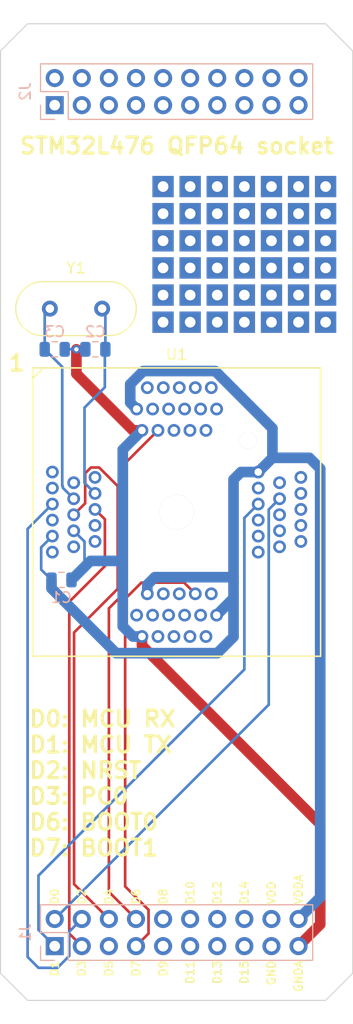
<source format=kicad_pcb>
(kicad_pcb (version 20221018) (generator pcbnew)
  (title_block (title "Scaffold STM32F205 daughterboard") (date "2019-07-22") (company "LEDGER SAS") (comment 1 "Under LGPL v3 license"))
  (layers (0 "F.Cu" signal) (31 "B.Cu" signal) (34 "B.Paste" user) (35 "F.Paste" user) (36 "B.SilkS" user "B.Silkscreen") (37 "F.SilkS" user "F.Silkscreen") (38 "B.Mask" user) (39 "F.Mask" user) (44 "Edge.Cuts" user))
  (net 0 "")
  (net 1 "Net-(U1-PH0)")
  (net 2 "Net-(U1-PH1)")
  (net 4 "/D4_MCU_PC1")
  (net 10 "/D6_BOOT0")
  (net 11 "GNDA")
  (net 14 "+3V3")
  (net 22 "/D7_BOOT1")
  (net 29 "/D1_MCU_TX")
  (net 36 "/D0_MCU_RX")
  (net 49 "/D2_NRST")
  (net 52 "/D3_MCU_PC0")
  (net 68 "GND")
  (net 129 "/D10_MCU_TX")
  (net 130 "/D9_MCU_RX")
  (footprint "mykicadlibs:ALLSOCKET-QFP64" (layer "F.Cu") (at 171.45 83.82 180)
    (fp_text reference "U1" (at 0 14.75 180) (layer "F.SilkS"))
    (fp_text value "STM32L476RG")
    (fp_line (start -13.5 -13.5) (end 13.5 -13.5) (stroke (width 0.15)) (layer "F.SilkS"))
    (fp_line (start -13.5 13.5) (end -13.5 -13.5) (stroke (width 0.15)) (layer "F.SilkS"))
    (fp_line (start 13.5 -13.5) (end 13.5 13.5) (stroke (width 0.15)) (layer "F.SilkS"))
    (fp_line (start 13.5 12.5) (end 12.5 13.5) (stroke (width 0.15)) (layer "F.SilkS"))
    (fp_line (start 13.5 13.5) (end -13.5 13.5) (stroke (width 0.15)) (layer "F.SilkS"))
    (pad "1" thru_hole circle (at 11.65 3.75 180) (size 1.2 1.2) (drill 0.7) (layers "*.Cu" "*.Mask"))
    (pad "2" thru_hole circle (at 7.65 3.25 180) (size 1.2 1.2) (drill 0.7) (layers "*.Cu" "*.Mask"))
    (pad "3" thru_hole circle (at 9.65 2.75 180) (size 1.2 1.2) (drill 0.7) (layers "*.Cu" "*.Mask"))
    (pad "4" thru_hole circle (at 11.65 2.25 180) (size 1.2 1.2) (drill 0.7) (layers "*.Cu" "*.Mask"))
    (pad "5" thru_hole circle (at 7.65 1.75 180) (size 1.2 1.2) (drill 0.7) (layers "*.Cu" "*.Mask") (net 1 "Net-(U1-PH0)"))
    (pad "6" thru_hole circle (at 9.65 1.25 180) (size 1.2 1.2) (drill 0.7) (layers "*.Cu" "*.Mask") (net 2 "Net-(U1-PH1)"))
    (pad "7" thru_hole circle (at 11.65 0.75 180) (size 1.2 1.2) (drill 0.7) (layers "*.Cu" "*.Mask") (net 49 "/D2_NRST"))
    (pad "8" thru_hole circle (at 7.65 0.25 180) (size 1.2 1.2) (drill 0.7) (layers "*.Cu" "*.Mask") (net 52 "/D3_MCU_PC0"))
    (pad "9" thru_hole circle (at 9.65 -0.25 180) (size 1.2 1.2) (drill 0.7) (layers "*.Cu" "*.Mask") (net 4 "/D4_MCU_PC1"))
    (pad "10" thru_hole circle (at 11.65 -0.75 180) (size 1.2 1.2) (drill 0.7) (layers "*.Cu" "*.Mask"))
    (pad "11" thru_hole circle (at 7.65 -1.25 180) (size 1.2 1.2) (drill 0.7) (layers "*.Cu" "*.Mask"))
    (pad "12" thru_hole circle (at 9.65 -1.75 180) (size 1.2 1.2) (drill 0.7) (layers "*.Cu" "*.Mask") (net 11 "GNDA"))
    (pad "13" thru_hole circle (at 11.65 -2.25 180) (size 1.2 1.2) (drill 0.7) (layers "*.Cu" "*.Mask") (net 14 "+3V3"))
    (pad "14" thru_hole circle (at 7.65 -2.75 180) (size 1.2 1.2) (drill 0.7) (layers "*.Cu" "*.Mask"))
    (pad "15" thru_hole circle (at 9.65 -3.25 180) (size 1.2 1.2) (drill 0.7) (layers "*.Cu" "*.Mask"))
    (pad "16" thru_hole circle (at 11.65 -3.75 180) (size 1.2 1.2) (drill 0.7) (layers "*.Cu" "*.Mask"))
    (pad "17" thru_hole circle (at 3.75 -9.65 180) (size 1.2 1.2) (drill 0.7) (layers "*.Cu" "*.Mask"))
    (pad "18" thru_hole circle (at 3.25 -11.65 180) (size 1.2 1.2) (drill 0.7) (layers "*.Cu" "*.Mask") (net 11 "GNDA"))
    (pad "19" thru_hole circle (at 2.75 -7.65 180) (size 1.2 1.2) (drill 0.7) (layers "*.Cu" "*.Mask") (net 14 "+3V3"))
    (pad "20" thru_hole circle (at 2.25 -9.65 180) (size 1.2 1.2) (drill 0.7) (layers "*.Cu" "*.Mask"))
    (pad "21" thru_hole circle (at 1.75 -11.65 180) (size 1.2 1.2) (drill 0.7) (layers "*.Cu" "*.Mask"))
    (pad "22" thru_hole circle (at 1.25 -7.65 180) (size 1.2 1.2) (drill 0.7) (layers "*.Cu" "*.Mask"))
    (pad "23" thru_hole circle (at 0.75 -9.65 180) (size 1.2 1.2) (drill 0.7) (layers "*.Cu" "*.Mask"))
    (pad "24" thru_hole circle (at 0.25 -11.65 180) (size 1.2 1.2) (drill 0.7) (layers "*.Cu" "*.Mask"))
    (pad "25" thru_hole circle (at -0.25 -7.65 180) (size 1.2 1.2) (drill 0.7) (layers "*.Cu" "*.Mask"))
    (pad "26" thru_hole circle (at -0.75 -9.65 180) (size 1.2 1.2) (drill 0.7) (layers "*.Cu" "*.Mask"))
    (pad "27" thru_hole circle (at -1.25 -11.65 180) (size 1.2 1.2) (drill 0.7) (layers "*.Cu" "*.Mask"))
    (pad "28" thru_hole circle (at -1.75 -7.65 180) (size 1.2 1.2) (drill 0.7) (layers "*.Cu" "*.Mask") (net 22 "/D7_BOOT1"))
    (pad "29" thru_hole circle (at -2.25 -9.65 180) (size 1.2 1.2) (drill 0.7) (layers "*.Cu" "*.Mask"))
    (pad "30" thru_hole circle (at -2.75 -11.65 180) (size 1.2 1.2) (drill 0.7) (layers "*.Cu" "*.Mask"))
    (pad "31" thru_hole circle (at -3.25 -7.65 180) (size 1.2 1.2) (drill 0.7) (layers "*.Cu" "*.Mask"))
    (pad "32" thru_hole circle (at -3.75 -9.65 180) (size 1.2 1.2) (drill 0.7) (layers "*.Cu" "*.Mask") (net 14 "+3V3"))
    (pad "33" thru_hole circle (at -7.65 -3.75 180) (size 1.2 1.2) (drill 0.7) (layers "*.Cu" "*.Mask"))
    (pad "34" thru_hole circle (at -9.65 -3.25 180) (size 1.2 1.2) (drill 0.7) (layers "*.Cu" "*.Mask"))
    (pad "35" thru_hole circle (at -11.65 -2.75 180) (size 1.2 1.2) (drill 0.7) (layers "*.Cu" "*.Mask"))
    (pad "36" thru_hole circle (at -7.65 -2.25 180) (size 1.2 1.2) (drill 0.7) (layers "*.Cu" "*.Mask"))
    (pad "37" thru_hole circle (at -9.65 -1.75 180) (size 1.2 1.2) (drill 0.7) (layers "*.Cu" "*.Mask"))
    (pad "38" thru_hole circle (at -11.65 -1.25 180) (size 1.2 1.2) (drill 0.7) (layers "*.Cu" "*.Mask"))
    (pad "39" thru_hole circle (at -7.65 -0.75 180) (size 1.2 1.2) (drill 0.7) (layers "*.Cu" "*.Mask"))
    (pad "40" thru_hole circle (at -9.65 -0.25 180) (size 1.2 1.2) (drill 0.7) (layers "*.Cu" "*.Mask"))
    (pad "41" thru_hole circle (at -11.65 0.25 180) (size 1.2 1.2) (drill 0.7) (layers "*.Cu" "*.Mask"))
    (pad "42" thru_hole circle (at -7.65 0.75 180) (size 1.2 1.2) (drill 0.7) (layers "*.Cu" "*.Mask") (net 29 "/D1_MCU_TX"))
    (pad "43" thru_hole circle (at -9.65 1.25 180) (size 1.2 1.2) (drill 0.7) (layers "*.Cu" "*.Mask") (net 36 "/D0_MCU_RX"))
    (pad "44" thru_hole circle (at -11.65 1.75 180) (size 1.2 1.2) (drill 0.7) (layers "*.Cu" "*.Mask"))
    (pad "45" thru_hole circle (at -7.65 2.25 180) (size 1.2 1.2) (drill 0.7) (layers "*.Cu" "*.Mask"))
    (pad "46" thru_hole circle (at -9.65 2.75 180) (size 1.2 1.2) (drill 0.7) (layers "*.Cu" "*.Mask"))
    (pad "47" thru_hole circle (at -11.65 3.25 180) (size 1.2 1.2) (drill 0.7) (layers "*.Cu" "*.Mask"))
    (pad "48" thru_hole circle (at -7.65 3.75 180) (size 1.2 1.2) (drill 0.7) (layers "*.Cu" "*.Mask") (net 14 "+3V3"))
    (pad "49" thru_hole circle (at -3.75 9.65 180) (size 1.2 1.2) (drill 0.7) (layers "*.Cu" "*.Mask"))
    (pad "50" thru_hole circle (at -3.25 11.65 180) (size 1.2 1.2) (drill 0.7) (layers "*.Cu" "*.Mask"))
    (pad "51" thru_hole circle (at -2.75 7.65 180) (size 1.2 1.2) (drill 0.7) (layers "*.Cu" "*.Mask"))
    (pad "52" thru_hole circle (at -2.25 9.65 180) (size 1.2 1.2) (drill 0.7) (layers "*.Cu" "*.Mask"))
    (pad "53" thru_hole circle (at -1.75 11.65 180) (size 1.2 1.2) (drill 0.7) (layers "*.Cu" "*.Mask"))
    (pad "54" thru_hole circle (at -1.25 7.65 180) (size 1.2 1.2) (drill 0.7) (layers "*.Cu" "*.Mask"))
    (pad "55" thru_hole circle (at -0.75 9.65 180) (size 1.2 1.2) (drill 0.7) (layers "*.Cu" "*.Mask"))
    (pad "56" thru_hole circle (at -0.25 11.65 180) (size 1.2 1.2) (drill 0.7) (layers "*.Cu" "*.Mask"))
    (pad "57" thru_hole circle (at 0.25 7.65 180) (size 1.2 1.2) (drill 0.7) (layers "*.Cu" "*.Mask"))
    (pad "58" thru_hole circle (at 0.75 9.65 180) (size 1.2 1.2) (drill 0.7) (layers "*.Cu" "*.Mask"))
    (pad "59" thru_hole circle (at 1.25 11.65 180) (size 1.2 1.2) (drill 0.7) (layers "*.Cu" "*.Mask"))
    (pad "60" thru_hole circle (at 1.75 7.65 180) (size 1.2 1.2) (drill 0.7) (layers "*.Cu" "*.Mask") (net 10 "/D6_BOOT0"))
    (pad "61" thru_hole circle (at 2.25 9.65 180) (size 1.2 1.2) (drill 0.7) (layers "*.Cu" "*.Mask"))
    (pad "62" thru_hole circle (at 2.75 11.65 180) (size 1.2 1.2) (drill 0.7) (layers "*.Cu" "*.Mask"))
    (pad "63" thru_hole circle (at 3.25 7.65 180) (size 1.2 1.2) (drill 0.7) (layers "*.Cu" "*.Mask") (net 11 "GNDA"))
    (pad "64" thru_hole circle (at 3.75 9.65 180) (size 1.2 1.2) (drill 0.7) (layers "*.Cu" "*.Mask") (net 14 "+3V3"))
    (pad "~" thru_hole circle (at -6.7 6.7 180) (size 1.6 1.6) (drill 1.6) (layers "*.Cu" "*.Mask"))
    (pad "~" thru_hole circle (at 0 0 180) (size 3.25 3.25) (drill 3.25) (layers "*.Cu" "*.Mask"))
    (pad "~" thru_hole circle (at 6.7 -6.7 180) (size 1.6 1.6) (drill 1.6) (layers "*.Cu" "*.Mask"))
  )
  (footprint "mykicadlibs:TEST_BREADBOARD_RECTANGULAR" (layer "F.Cu") (at 185.42 53.34)
    (fp_text reference "TP8" hide)
    (fp_text value "TestPoint" hide)
    (pad "1" thru_hole rect (at 0 0) (size 2 2) (drill 1) (layers "*.Cu" "*.Mask"))
  )
  (footprint "mykicadlibs:TEST_BREADBOARD_RECTANGULAR" (layer "F.Cu") (at 170.18 55.88)
    (fp_text reference "TP30" hide)
    (fp_text value "TestPoint" hide)
    (pad "1" thru_hole rect (at 0 0) (size 2 2) (drill 1) (layers "*.Cu" "*.Mask"))
  )
  (footprint "mykicadlibs:TEST_BREADBOARD_RECTANGULAR" (layer "F.Cu") (at 182.88 53.34)
    (fp_text reference "TP42" hide)
    (fp_text value "TestPoint" hide)
    (pad "1" thru_hole rect (at 0 0) (size 2 2) (drill 1) (layers "*.Cu" "*.Mask"))
  )
  (footprint "mykicadlibs:TEST_BREADBOARD_RECTANGULAR" (layer "F.Cu") (at 175.26 66.04)
    (fp_text reference "TP41" hide)
    (fp_text value "TestPoint" hide)
    (pad "1" thru_hole rect (at 0 0) (size 2 2) (drill 1) (layers "*.Cu" "*.Mask"))
  )
  (footprint "mykicadlibs:TEST_BREADBOARD_RECTANGULAR" (layer "F.Cu") (at 172.72 55.88)
    (fp_text reference "TP40" hide)
    (fp_text value "TestPoint" hide)
    (pad "1" thru_hole rect (at 0 0) (size 2 2) (drill 1) (layers "*.Cu" "*.Mask"))
  )
  (footprint "mykicadlibs:TEST_BREADBOARD_RECTANGULAR" (layer "F.Cu") (at 180.34 53.34)
    (fp_text reference "TP1" hide)
    (fp_text value "TestPoint" hide)
    (pad "1" thru_hole rect (at 0 0) (size 2 2) (drill 1) (layers "*.Cu" "*.Mask"))
  )
  (footprint "mykicadlibs:TEST_BREADBOARD_RECTANGULAR" (layer "F.Cu") (at 170.18 66.04)
    (fp_text reference "TP2" hide)
    (fp_text value "TestPoint" hide)
    (pad "1" thru_hole rect (at 0 0) (size 2 2) (drill 1) (layers "*.Cu" "*.Mask"))
  )
  (footprint "mykicadlibs:TEST_BREADBOARD_RECTANGULAR" (layer "F.Cu") (at 177.8 66.04)
    (fp_text reference "TP3" hide)
    (fp_text value "TestPoint" hide)
    (pad "1" thru_hole rect (at 0 0) (size 2 2) (drill 1) (layers "*.Cu" "*.Mask"))
  )
  (footprint "mykicadlibs:TEST_BREADBOARD_RECTANGULAR" (layer "F.Cu") (at 175.26 55.88)
    (fp_text reference "TP4" hide)
    (fp_text value "TestPoint" hide)
    (pad "1" thru_hole rect (at 0 0) (size 2 2) (drill 1) (layers "*.Cu" "*.Mask"))
  )
  (footprint "mykicadlibs:TEST_BREADBOARD_RECTANGULAR" (layer "F.Cu") (at 177.8 53.34)
    (fp_text reference "TP5" hide)
    (fp_text value "TestPoint" hide)
    (pad "1" thru_hole rect (at 0 0) (size 2 2) (drill 1) (layers "*.Cu" "*.Mask"))
  )
  (footprint "mykicadlibs:TEST_BREADBOARD_RECTANGULAR" (layer "F.Cu") (at 172.72 66.04)
    (fp_text reference "TP6" hide)
    (fp_text value "TestPoint" hide)
    (pad "1" thru_hole rect (at 0 0) (size 2 2) (drill 1) (layers "*.Cu" "*.Mask"))
  )
  (footprint "mykicadlibs:TEST_BREADBOARD_RECTANGULAR" (layer "F.Cu") (at 180.34 66.04)
    (fp_text reference "TP7" hide)
    (fp_text value "TestPoint" hide)
    (pad "1" thru_hole rect (at 0 0) (size 2 2) (drill 1) (layers "*.Cu" "*.Mask"))
  )
  (footprint "mykicadlibs:TEST_BREADBOARD_RECTANGULAR" (layer "F.Cu") (at 177.8 63.5)
    (fp_text reference "TP9" hide)
    (fp_text value "TestPoint" hide)
    (pad "1" thru_hole rect (at 0 0) (size 2 2) (drill 1) (layers "*.Cu" "*.Mask"))
  )
  (footprint "mykicadlibs:TEST_BREADBOARD_RECTANGULAR" (layer "F.Cu") (at 177.8 55.88)
    (fp_text reference "TP10" hide)
    (fp_text value "TestPoint" hide)
    (pad "1" thru_hole rect (at 0 0) (size 2 2) (drill 1) (layers "*.Cu" "*.Mask"))
  )
  (footprint "mykicadlibs:TEST_BREADBOARD_RECTANGULAR" (layer "F.Cu") (at 175.26 53.34)
    (fp_text reference "TP11" hide)
    (fp_text value "TestPoint" hide)
    (pad "1" thru_hole rect (at 0 0) (size 2 2) (drill 1) (layers "*.Cu" "*.Mask"))
  )
  (footprint "mykicadlibs:TEST_BREADBOARD_RECTANGULAR" (layer "F.Cu") (at 185.42 66.04)
    (fp_text reference "TP12" hide)
    (fp_text value "TestPoint" hide)
    (pad "1" thru_hole rect (at 0 0) (size 2 2) (drill 1) (layers "*.Cu" "*.Mask"))
  )
  (footprint "mykicadlibs:TEST_BREADBOARD_RECTANGULAR" (layer "F.Cu") (at 182.88 66.04)
    (fp_text reference "TP13" hide)
    (fp_text value "TestPoint" hide)
    (pad "1" thru_hole rect (at 0 0) (size 2 2) (drill 1) (layers "*.Cu" "*.Mask"))
  )
  (footprint "mykicadlibs:TEST_BREADBOARD_RECTANGULAR" (layer "F.Cu") (at 180.34 63.5)
    (fp_text reference "TP14" hide)
    (fp_text value "TestPoint" hide)
    (pad "1" thru_hole rect (at 0 0) (size 2 2) (drill 1) (layers "*.Cu" "*.Mask"))
  )
  (footprint "mykicadlibs:TEST_BREADBOARD_RECTANGULAR" (layer "F.Cu") (at 180.34 55.88)
    (fp_text reference "TP15" hide)
    (fp_text value "TestPoint" hide)
    (pad "1" thru_hole rect (at 0 0) (size 2 2) (drill 1) (layers "*.Cu" "*.Mask"))
  )
  (footprint "mykicadlibs:TEST_BREADBOARD_RECTANGULAR" (layer "F.Cu") (at 172.72 53.34)
    (fp_text reference "TP16" hide)
    (fp_text value "TestPoint" hide)
    (pad "1" thru_hole rect (at 0 0) (size 2 2) (drill 1) (layers "*.Cu" "*.Mask"))
  )
  (footprint "mykicadlibs:TEST_BREADBOARD_RECTANGULAR" (layer "F.Cu") (at 170.18 63.5)
    (fp_text reference "TP18" hide)
    (fp_text value "TestPoint" hide)
    (pad "1" thru_hole rect (at 0 0) (size 2 2) (drill 1) (layers "*.Cu" "*.Mask"))
  )
  (footprint "mykicadlibs:TEST_BREADBOARD_RECTANGULAR" (layer "F.Cu") (at 175.26 63.5)
    (fp_text reference "TP38" hide)
    (fp_text value "TestPoint" hide)
    (pad "1" thru_hole rect (at 0 0) (size 2 2) (drill 1) (layers "*.Cu" "*.Mask"))
  )
  (footprint "mykicadlibs:TEST_BREADBOARD_RECTANGULAR" (layer "F.Cu") (at 170.18 60.96)
    (fp_text reference "TP19" hide)
    (fp_text value "TestPoint" hide)
    (pad "1" thru_hole rect (at 0 0) (size 2 2) (drill 1) (layers "*.Cu" "*.Mask"))
  )
  (footprint "mykicadlibs:TEST_BREADBOARD_RECTANGULAR" (layer "F.Cu") (at 182.88 55.88)
    (fp_text reference "TP20" hide)
    (fp_text value "TestPoint" hide)
    (pad "1" thru_hole rect (at 0 0) (size 2 2) (drill 1) (layers "*.Cu" "*.Mask"))
  )
  (footprint "mykicadlibs:TEST_BREADBOARD_RECTANGULAR" (layer "F.Cu") (at 170.18 53.34)
    (fp_text reference "TP21" hide)
    (fp_text value "TestPoint" hide)
    (pad "1" thru_hole rect (at 0 0) (size 2 2) (drill 1) (layers "*.Cu" "*.Mask"))
  )
  (footprint "mykicadlibs:TEST_BREADBOARD_RECTANGULAR" (layer "F.Cu") (at 172.72 63.5)
    (fp_text reference "TP22" hide)
    (fp_text value "TestPoint" hide)
    (pad "1" thru_hole rect (at 0 0) (size 2 2) (drill 1) (layers "*.Cu" "*.Mask"))
  )
  (footprint "mykicadlibs:TEST_BREADBOARD_RECTANGULAR" (layer "F.Cu") (at 182.88 63.5)
    (fp_text reference "TP23" hide)
    (fp_text value "TestPoint" hide)
    (pad "1" thru_hole rect (at 0 0) (size 2 2) (drill 1) (layers "*.Cu" "*.Mask"))
  )
  (footprint "mykicadlibs:TEST_BREADBOARD_RECTANGULAR" (layer "F.Cu") (at 175.26 60.96)
    (fp_text reference "TP24" hide)
    (fp_text value "TestPoint" hide)
    (pad "1" thru_hole rect (at 0 0) (size 2 2) (drill 1) (layers "*.Cu" "*.Mask"))
  )
  (footprint "mykicadlibs:TEST_BREADBOARD_RECTANGULAR" (layer "F.Cu") (at 185.42 55.88)
    (fp_text reference "TP25" hide)
    (fp_text value "TestPoint" hide)
    (pad "1" thru_hole rect (at 0 0) (size 2 2) (drill 1) (layers "*.Cu" "*.Mask"))
  )
  (footprint "mykicadlibs:TEST_BREADBOARD_RECTANGULAR" (layer "F.Cu") (at 170.18 58.42)
    (fp_text reference "TP26" hide)
    (fp_text value "TestPoint" hide)
    (pad "1" thru_hole rect (at 0 0) (size 2 2) (drill 1) (layers "*.Cu" "*.Mask"))
  )
  (footprint "mykicadlibs:TEST_BREADBOARD_RECTANGULAR" (layer "F.Cu") (at 180.34 60.96)
    (fp_text reference "TP27" hide)
    (fp_text value "TestPoint" hide)
    (pad "1" thru_hole rect (at 0 0) (size 2 2) (drill 1) (layers "*.Cu" "*.Mask"))
  )
  (footprint "mykicadlibs:TEST_BREADBOARD_RECTANGULAR" (layer "F.Cu") (at 185.42 63.5)
    (fp_text reference "TP28" hide)
    (fp_text value "TestPoint" hide)
    (pad "1" thru_hole rect (at 0 0) (size 2 2) (drill 1) (layers "*.Cu" "*.Mask"))
  )
  (footprint "mykicadlibs:TEST_BREADBOARD_RECTANGULAR" (layer "F.Cu") (at 177.8 60.96)
    (fp_text reference "TP17" hide)
    (fp_text value "TestPoint" hide)
    (pad "1" thru_hole rect (at 0 0) (size 2 2) (drill 1) (layers "*.Cu" "*.Mask"))
  )
  (footprint "mykicadlibs:TEST_BREADBOARD_RECTANGULAR" (layer "F.Cu") (at 177.8 58.42)
    (fp_text reference "TP39" hide)
    (fp_text value "TestPoint" hide)
    (pad "1" thru_hole rect (at 0 0) (size 2 2) (drill 1) (layers "*.Cu" "*.Mask"))
  )
  (footprint "mykicadlibs:TEST_BREADBOARD_RECTANGULAR" (layer "F.Cu") (at 172.72 58.42)
    (fp_text reference "TP37" hide)
    (fp_text value "TestPoint" hide)
    (pad "1" thru_hole rect (at 0 0) (size 2 2) (drill 1) (layers "*.Cu" "*.Mask"))
  )
  (footprint "mykicadlibs:TEST_BREADBOARD_RECTANGULAR" (layer "F.Cu") (at 182.88 60.96)
    (fp_text reference "TP36" hide)
    (fp_text value "TestPoint" hide)
    (pad "1" thru_hole rect (at 0 0) (size 2 2) (drill 1) (layers "*.Cu" "*.Mask"))
  )
  (footprint "mykicadlibs:TEST_BREADBOARD_RECTANGULAR" (layer "F.Cu") (at 172.72 60.96)
    (fp_text reference "TP35" hide)
    (fp_text value "TestPoint" hide)
    (pad "1" thru_hole rect (at 0 0) (size 2 2) (drill 1) (layers "*.Cu" "*.Mask"))
  )
  (footprint "mykicadlibs:TEST_BREADBOARD_RECTANGULAR" (layer "F.Cu") (at 182.88 58.42)
    (fp_text reference "TP34" hide)
    (fp_text value "TestPoint" hide)
    (pad "1" thru_hole rect (at 0 0) (size 2 2) (drill 1) (layers "*.Cu" "*.Mask"))
  )
  (footprint "mykicadlibs:TEST_BREADBOARD_RECTANGULAR" (layer "F.Cu") (at 175.26 58.42)
    (fp_text reference "TP33" hide)
    (fp_text value "TestPoint" hide)
    (pad "1" thru_hole rect (at 0 0) (size 2 2) (drill 1) (layers "*.Cu" "*.Mask"))
  )
  (footprint "mykicadlibs:TEST_BREADBOARD_RECTANGULAR" (layer "F.Cu") (at 185.42 60.96)
    (fp_text reference "TP32" hide)
    (fp_text value "TestPoint" hide)
    (pad "1" thru_hole rect (at 0 0) (size 2 2) (drill 1) (layers "*.Cu" "*.Mask"))
  )
  (footprint "mykicadlibs:TEST_BREADBOARD_RECTANGULAR" (layer "F.Cu") (at 185.42 58.42)
    (fp_text reference "TP31" hide)
    (fp_text value "TestPoint" hide)
    (pad "1" thru_hole rect (at 0 0) (size 2 2) (drill 1) (layers "*.Cu" "*.Mask"))
  )
  (footprint "mykicadlibs:TEST_BREADBOARD_RECTANGULAR" (layer "F.Cu") (at 180.34 58.42)
    (fp_text reference "TP29" hide)
    (fp_text value "TestPoint" hide)
    (pad "1" thru_hole rect (at 0 0) (size 2 2) (drill 1) (layers "*.Cu" "*.Mask"))
  )
  (footprint "Crystal:Crystal_HC18-U_Vertical" (layer "F.Cu") (at 164.465 64.77 180)
    (fp_text reference "Y1" (at 2.45 3.81 180) (layer "F.SilkS"))
    (fp_text value "Crystal_Small")
    (fp_line (start -0.675 -2.525) (end 5.575 -2.525) (stroke (width 0.12)) (layer "F.SilkS"))
    (fp_line (start -0.675 2.525) (end 5.575 2.525) (stroke (width 0.12)) (layer "F.SilkS"))
    (fp_arc (start -0.675 2.525) (mid -3.2 0) (end -0.675 -2.525) (stroke (width 0.12)) (layer "F.SilkS"))
    (fp_arc (start 5.575 -2.525) (mid 8.1 0) (end 5.575 2.525) (stroke (width 0.12)) (layer "F.SilkS"))
    (pad "1" thru_hole circle (at 0 0 180) (size 1.5 1.5) (drill 0.8) (layers "*.Cu" "*.Mask") (net 1 "Net-(U1-PH0)"))
    (pad "2" thru_hole circle (at 4.9 0 180) (size 1.5 1.5) (drill 0.8) (layers "*.Cu" "*.Mask") (net 2 "Net-(U1-PH1)"))
  )
  (footprint "Connector_PinSocket_2.54mm:PinSocket_2x10_P2.54mm_Vertical" (layer "B.Cu") (at 160.02 124.46 -90)
    (fp_text reference "J1" (at -1.27 2.77 270) (layer "B.SilkS") (effects (justify mirror)))
    (fp_text value "Conn_02x10_Odd_Even")
    (fp_line (start -3.87 -24.19) (end 1.33 -24.19) (stroke (width 0.12)) (layer "B.SilkS"))
    (fp_line (start -3.87 1.33) (end -3.87 -24.19) (stroke (width 0.12)) (layer "B.SilkS"))
    (fp_line (start -3.87 1.33) (end -1.27 1.33) (stroke (width 0.12)) (layer "B.SilkS"))
    (fp_line (start -1.27 -1.27) (end 1.33 -1.27) (stroke (width 0.12)) (layer "B.SilkS"))
    (fp_line (start -1.27 1.33) (end -1.27 -1.27) (stroke (width 0.12)) (layer "B.SilkS"))
    (fp_line (start 0 1.33) (end 1.33 1.33) (stroke (width 0.12)) (layer "B.SilkS"))
    (fp_line (start 1.33 -1.27) (end 1.33 -24.19) (stroke (width 0.12)) (layer "B.SilkS"))
    (fp_line (start 1.33 1.33) (end 1.33 0) (stroke (width 0.12)) (layer "B.SilkS"))
    (pad "1" thru_hole rect (at 0 0 270) (size 1.7 1.7) (drill 1) (layers "*.Cu" "*.Mask") (net 29 "/D1_MCU_TX"))
    (pad "2" thru_hole oval (at -2.54 0 270) (size 1.7 1.7) (drill 1) (layers "*.Cu" "*.Mask") (net 36 "/D0_MCU_RX"))
    (pad "3" thru_hole oval (at 0 -2.54 270) (size 1.7 1.7) (drill 1) (layers "*.Cu" "*.Mask") (net 52 "/D3_MCU_PC0"))
    (pad "4" thru_hole oval (at -2.54 -2.54 270) (size 1.7 1.7) (drill 1) (layers "*.Cu" "*.Mask") (net 49 "/D2_NRST"))
    (pad "5" thru_hole oval (at 0 -5.08 270) (size 1.7 1.7) (drill 1) (layers "*.Cu" "*.Mask"))
    (pad "6" thru_hole oval (at -2.54 -5.08 270) (size 1.7 1.7) (drill 1) (layers "*.Cu" "*.Mask") (net 4 "/D4_MCU_PC1"))
    (pad "7" thru_hole oval (at 0 -7.62 270) (size 1.7 1.7) (drill 1) (layers "*.Cu" "*.Mask") (net 22 "/D7_BOOT1"))
    (pad "8" thru_hole oval (at -2.54 -7.62 270) (size 1.7 1.7) (drill 1) (layers "*.Cu" "*.Mask") (net 10 "/D6_BOOT0"))
    (pad "9" thru_hole oval (at 0 -10.16 270) (size 1.7 1.7) (drill 1) (layers "*.Cu" "*.Mask") (net 130 "/D9_MCU_RX"))
    (pad "10" thru_hole oval (at -2.54 -10.16 270) (size 1.7 1.7) (drill 1) (layers "*.Cu" "*.Mask") (net 129 "/D10_MCU_TX"))
    (pad "11" thru_hole oval (at 0 -12.7 270) (size 1.7 1.7) (drill 1) (layers "*.Cu" "*.Mask"))
    (pad "12" thru_hole oval (at -2.54 -12.7 270) (size 1.7 1.7) (drill 1) (layers "*.Cu" "*.Mask"))
    (pad "13" thru_hole oval (at 0 -15.24 270) (size 1.7 1.7) (drill 1) (layers "*.Cu" "*.Mask"))
    (pad "14" thru_hole oval (at -2.54 -15.24 270) (size 1.7 1.7) (drill 1) (layers "*.Cu" "*.Mask"))
    (pad "15" thru_hole oval (at 0 -17.78 270) (size 1.7 1.7) (drill 1) (layers "*.Cu" "*.Mask"))
    (pad "16" thru_hole oval (at -2.54 -17.78 270) (size 1.7 1.7) (drill 1) (layers "*.Cu" "*.Mask"))
    (pad "17" thru_hole oval (at 0 -20.32 270) (size 1.7 1.7) (drill 1) (layers "*.Cu" "*.Mask") (net 68 "GND"))
    (pad "18" thru_hole oval (at -2.54 -20.32 270) (size 1.7 1.7) (drill 1) (layers "*.Cu" "*.Mask"))
    (pad "19" thru_hole oval (at 0 -22.86 270) (size 1.7 1.7) (drill 1) (layers "*.Cu" "*.Mask") (net 11 "GNDA"))
    (pad "20" thru_hole oval (at -2.54 -22.86 270) (size 1.7 1.7) (drill 1) (layers "*.Cu" "*.Mask") (net 14 "+3V3"))
  )
  (footprint "Connector_PinSocket_2.54mm:PinSocket_2x10_P2.54mm_Vertical" (layer "B.Cu") (at 160.02 45.72 -90)
    (fp_text reference "J2" (at -1.27 2.77 270) (layer "B.SilkS") (effects (justify mirror)))
    (fp_text value "Conn_02x10_Odd_Even")
    (fp_line (start -3.87 -24.19) (end 1.33 -24.19) (stroke (width 0.12)) (layer "B.SilkS"))
    (fp_line (start -3.87 1.33) (end -3.87 -24.19) (stroke (width 0.12)) (layer "B.SilkS"))
    (fp_line (start -3.87 1.33) (end -1.27 1.33) (stroke (width 0.12)) (layer "B.SilkS"))
    (fp_line (start -1.27 -1.27) (end 1.33 -1.27) (stroke (width 0.12)) (layer "B.SilkS"))
    (fp_line (start -1.27 1.33) (end -1.27 -1.27) (stroke (width 0.12)) (layer "B.SilkS"))
    (fp_line (start 0 1.33) (end 1.33 1.33) (stroke (width 0.12)) (layer "B.SilkS"))
    (fp_line (start 1.33 -1.27) (end 1.33 -24.19) (stroke (width 0.12)) (layer "B.SilkS"))
    (fp_line (start 1.33 1.33) (end 1.33 0) (stroke (width 0.12)) (layer "B.SilkS"))
    (pad "1" thru_hole rect (at 0 0 270) (size 1.7 1.7) (drill 1) (layers "*.Cu" "*.Mask"))
    (pad "2" thru_hole oval (at -2.54 0 270) (size 1.7 1.7) (drill 1) (layers "*.Cu" "*.Mask"))
    (pad "3" thru_hole oval (at 0 -2.54 270) (size 1.7 1.7) (drill 1) (layers "*.Cu" "*.Mask"))
    (pad "4" thru_hole oval (at -2.54 -2.54 270) (size 1.7 1.7) (drill 1) (layers "*.Cu" "*.Mask"))
    (pad "5" thru_hole oval (at 0 -5.08 270) (size 1.7 1.7) (drill 1) (layers "*.Cu" "*.Mask"))
    (pad "6" thru_hole oval (at -2.54 -5.08 270) (size 1.7 1.7) (drill 1) (layers "*.Cu" "*.Mask"))
    (pad "7" thru_hole oval (at 0 -7.62 270) (size 1.7 1.7) (drill 1) (layers "*.Cu" "*.Mask"))
    (pad "8" thru_hole oval (at -2.54 -7.62 270) (size 1.7 1.7) (drill 1) (layers "*.Cu" "*.Mask"))
    (pad "9" thru_hole oval (at 0 -10.16 270) (size 1.7 1.7) (drill 1) (layers "*.Cu" "*.Mask"))
    (pad "10" thru_hole oval (at -2.54 -10.16 270) (size 1.7 1.7) (drill 1) (layers "*.Cu" "*.Mask"))
    (pad "11" thru_hole oval (at 0 -12.7 270) (size 1.7 1.7) (drill 1) (layers "*.Cu" "*.Mask"))
    (pad "12" thru_hole oval (at -2.54 -12.7 270) (size 1.7 1.7) (drill 1) (layers "*.Cu" "*.Mask"))
    (pad "13" thru_hole oval (at 0 -15.24 270) (size 1.7 1.7) (drill 1) (layers "*.Cu" "*.Mask"))
    (pad "14" thru_hole oval (at -2.54 -15.24 270) (size 1.7 1.7) (drill 1) (layers "*.Cu" "*.Mask"))
    (pad "15" thru_hole oval (at 0 -17.78 270) (size 1.7 1.7) (drill 1) (layers "*.Cu" "*.Mask"))
    (pad "16" thru_hole oval (at -2.54 -17.78 270) (size 1.7 1.7) (drill 1) (layers "*.Cu" "*.Mask"))
    (pad "17" thru_hole oval (at 0 -20.32 270) (size 1.7 1.7) (drill 1) (layers "*.Cu" "*.Mask"))
    (pad "18" thru_hole oval (at -2.54 -20.32 270) (size 1.7 1.7) (drill 1) (layers "*.Cu" "*.Mask"))
    (pad "19" thru_hole oval (at 0 -22.86 270) (size 1.7 1.7) (drill 1) (layers "*.Cu" "*.Mask"))
    (pad "20" thru_hole oval (at -2.54 -22.86 270) (size 1.7 1.7) (drill 1) (layers "*.Cu" "*.Mask"))
  )
  (footprint "Capacitor_SMD:C_0805_2012Metric" (layer "B.Cu") (at 160.655 90.17)
    (fp_text reference "C1" (at 0 1.65) (layer "B.SilkS") (effects (justify mirror)))
    (fp_text value "100n")
    (fp_line (start -0.258578 -0.71) (end 0.258578 -0.71) (stroke (width 0.12)) (layer "B.SilkS"))
    (fp_line (start -0.258578 0.71) (end 0.258578 0.71) (stroke (width 0.12)) (layer "B.SilkS"))
    (pad "1" smd roundrect (at -0.9375 0) (size 0.975 1.4) (layers "B.Cu" "B.Paste" "B.Mask") (net 14 "+3V3"))
    (pad "2" smd roundrect (at 0.9375 0) (size 0.975 1.4) (layers "B.Cu" "B.Paste" "B.Mask") (net 11 "GNDA"))
  )
  (footprint "Capacitor_SMD:C_0805_2012Metric" (layer "B.Cu") (at 160.02 68.58 180)
    (fp_text reference "C3" (at 0 1.651 180) (layer "B.SilkS") (effects (justify mirror)))
    (fp_text value "27p")
    (fp_line (start -0.258578 -0.71) (end 0.258578 -0.71) (stroke (width 0.12)) (layer "B.SilkS"))
    (fp_line (start -0.258578 0.71) (end 0.258578 0.71) (stroke (width 0.12)) (layer "B.SilkS"))
    (pad "1" smd roundrect (at -0.9375 0 180) (size 0.975 1.4) (layers "B.Cu" "B.Paste" "B.Mask") (net 11 "GNDA"))
    (pad "2" smd roundrect (at 0.9375 0 180) (size 0.975 1.4) (layers "B.Cu" "B.Paste" "B.Mask") (net 2 "Net-(U1-PH1)"))
  )
  (footprint "Capacitor_SMD:C_0805_2012Metric" (layer "B.Cu") (at 163.83 68.58)
    (fp_text reference "C2" (at 0 -1.651) (layer "B.SilkS") (effects (justify mirror)))
    (fp_text value "27p")
    (fp_line (start -0.258578 -0.71) (end 0.258578 -0.71) (stroke (width 0.12)) (layer "B.SilkS"))
    (fp_line (start -0.258578 0.71) (end 0.258578 0.71) (stroke (width 0.12)) (layer "B.SilkS"))
    (pad "1" smd roundrect (at -0.9375 0) (size 0.975 1.4) (layers "B.Cu" "B.Paste" "B.Mask") (net 11 "GNDA"))
    (pad "2" smd roundrect (at 0.9375 0) (size 0.975 1.4) (layers "B.Cu" "B.Paste" "B.Mask") (net 1 "Net-(U1-PH0)"))
  )
  (gr_line (start 154.94 40.64) (end 157.48 38.1) (stroke (width 0.1)) (layer "Edge.Cuts"))
  (gr_line (start 185.42 129.54) (end 157.48 129.54) (stroke (width 0.1)) (layer "Edge.Cuts"))
  (gr_line (start 187.96 127) (end 185.42 129.54) (stroke (width 0.1)) (layer "Edge.Cuts"))
  (gr_line (start 154.94 127) (end 154.94 40.64) (stroke (width 0.1)) (layer "Edge.Cuts"))
  (gr_line (start 185.42 38.1) (end 187.96 40.64) (stroke (width 0.1)) (layer "Edge.Cuts"))
  (gr_line (start 157.48 129.54) (end 154.94 127) (stroke (width 0.1)) (layer "Edge.Cuts"))
  (gr_line (start 157.48 38.1) (end 185.42 38.1) (stroke (width 0.1)) (layer "Edge.Cuts"))
  (gr_line (start 187.96 40.64) (end 187.96 127) (stroke (width 0.1)) (layer "Edge.Cuts"))
  (gr_text "GNDA" (at 182.88 125.73 90) (layer "F.SilkS") (effects (font (size 0.75 0.75)) (justify right)))
  (gr_text "GND" (at 180.34 125.73 90) (layer "F.SilkS") (effects (font (size 0.75 0.75)) (justify right)))
  (gr_text "D15" (at 177.8 125.73 90) (layer "F.SilkS") (effects (font (size 0.75 0.75)) (justify right)))
  (gr_text "D13" (at 175.26 125.73 90) (layer "F.SilkS") (effects (font (size 0.75 0.75)) (justify right)))
  (gr_text "D11" (at 172.72 125.73 90) (layer "F.SilkS") (effects (font (size 0.75 0.75)) (justify right)))
  (gr_text "D9" (at 170.18 125.73 90) (layer "F.SilkS") (effects (font (size 0.75 0.75)) (justify right)))
  (gr_text "D7" (at 167.64 125.73 90) (layer "F.SilkS") (effects (font (size 0.75 0.75)) (justify right)))
  (gr_text "D5" (at 165.1 125.73 90) (layer "F.SilkS") (effects (font (size 0.75 0.75)) (justify right)))
  (gr_text "D3" (at 162.56 125.73 90) (layer "F.SilkS") (effects (font (size 0.75 0.75)) (justify right)))
  (gr_text "D1" (at 160.02 125.73 90) (layer "F.SilkS") (effects (font (size 0.75 0.75)) (justify right)))
  (gr_text "D0" (at 160.02 120.65 90) (layer "F.SilkS") (effects (font (size 0.75 0.75)) (justify left)))
  (gr_text "D2" (at 162.56 120.65 90) (layer "F.SilkS") (effects (font (size 0.75 0.75)) (justify left)))
  (gr_text "D4" (at 165.1 120.65 90) (layer "F.SilkS") (effects (font (size 0.75 0.75)) (justify left)))
  (gr_text "D6" (at 167.64 120.65 90) (layer "F.SilkS") (effects (font (size 0.75 0.75)) (justify left)))
  (gr_text "D8" (at 170.18 120.65 90) (layer "F.SilkS") (effects (font (size 0.75 0.75)) (justify left)))
  (gr_text "D10" (at 172.72 120.65 90) (layer "F.SilkS") (effects (font (size 0.75 0.75)) (justify left)))
  (gr_text "D12" (at 175.26 120.65 90) (layer "F.SilkS") (effects (font (size 0.75 0.75)) (justify left)))
  (gr_text "D14" (at 177.8 120.65 90) (layer "F.SilkS") (effects (font (size 0.75 0.75)) (justify left)))
  (gr_text "VDD" (at 180.34 120.65 90) (layer "F.SilkS") (effects (font (size 0.75 0.75)) (justify left)))
  (gr_text "VDDA" (at 182.88 120.65 90) (layer "F.SilkS") (effects (font (size 0.75 0.75)) (justify left)))
  (gr_text "D0: MCU RX\nD1: MCU TX\nD2: NRST\nD3: PC0\nD6: BOOT0\nD7: BOOT1" (at 157.48 109.22) (layer "F.SilkS") (effects (font (size 1.5 1.5) (thickness 0.3)) (justify left)))
  (gr_text "STM32L476 QFP64 socket" (at 171.45 49.53) (layer "F.SilkS") (effects (font (size 1.5 1.5) (thickness 0.3))))
  (gr_text "1" (at 156.464 69.85) (layer "F.SilkS") (effects (font (size 1.5 1.5) (thickness 0.3))))
  (segment (start 164.7675 65.0725) (end 164.465 64.77) (width 0.25) (layer "B.Cu") (net 1))
  (segment (start 164.7675 68.58) (end 164.7675 65.0725) (width 0.25) (layer "B.Cu") (net 1))
  (segment (start 164.7675 68.58) (end 164.719 68.6285) (width 0.25) (layer "B.Cu") (net 1))
  (segment (start 162.814 81.084) (end 163.200001 81.470001) (width 0.25) (layer "B.Cu") (net 1))
  (segment (start 164.719 68.6285) (end 164.719 72.136) (width 0.25) (layer "B.Cu") (net 1))
  (segment (start 162.814 74.041) (end 162.814 81.084) (width 0.25) (layer "B.Cu") (net 1))
  (segment (start 163.200001 81.470001) (end 163.8 82.07) (width 0.25) (layer "B.Cu") (net 1))
  (segment (start 164.719 72.136) (end 162.814 74.041) (width 0.25) (layer "B.Cu") (net 1))
  (segment (start 159.0825 68.58) (end 159.0825 65.2525) (width 0.25) (layer "B.Cu") (net 2))
  (segment (start 159.0825 65.2525) (end 159.565 64.77) (width 0.25) (layer "B.Cu") (net 2))
  (segment (start 160.725001 81.350001) (end 160.725001 70.222501) (width 0.25) (layer "B.Cu") (net 2))
  (segment (start 160.725001 70.222501) (end 159.638737 69.136237) (width 0.25) (layer "B.Cu") (net 2))
  (segment (start 160.77999 81.54999) (end 160.77999 81.40499) (width 0.25) (layer "B.Cu") (net 2))
  (segment (start 160.77999 81.40499) (end 160.725001 81.350001) (width 0.25) (layer "B.Cu") (net 2))
  (segment (start 161.8 82.57) (end 160.77999 81.54999) (width 0.25) (layer "B.Cu") (net 2))
  (segment (start 159.638737 69.136237) (end 159.0825 68.58) (width 0.25) (layer "B.Cu") (net 2))
  (segment (start 165.925 91.006701) (end 161.834999 95.096702) (width 0.25) (layer "F.Cu") (net 4))
  (segment (start 165.925 81.386852) (end 165.925 91.006701) (width 0.25) (layer "F.Cu") (net 4))
  (segment (start 161.8 84.07) (end 162.875 82.995) (width 0.25) (layer "F.Cu") (net 4))
  (segment (start 161.834999 118.654999) (end 165.1 121.92) (width 0.25) (layer "F.Cu") (net 4))
  (segment (start 162.875 82.995) (end 162.875 80.186852) (width 0.25) (layer "F.Cu") (net 4))
  (segment (start 164.183148 79.645) (end 165.925 81.386852) (width 0.25) (layer "F.Cu") (net 4))
  (segment (start 162.875 80.186852) (end 163.416852 79.645) (width 0.25) (layer "F.Cu") (net 4))
  (segment (start 161.834999 95.096702) (end 161.834999 118.654999) (width 0.25) (layer "F.Cu") (net 4))
  (segment (start 163.416852 79.645) (end 164.183148 79.645) (width 0.25) (layer "F.Cu") (net 4))
  (segment (start 166.774999 91.160605) (end 166.774999 79.095001) (width 0.25) (layer "F.Cu") (net 10))
  (segment (start 167.64 121.92) (end 165.1 119.38) (width 0.25) (layer "F.Cu") (net 10))
  (segment (start 165.1 92.835604) (end 166.774999 91.160605) (width 0.25) (layer "F.Cu") (net 10))
  (segment (start 165.1 119.38) (end 165.1 92.835604) (width 0.25) (layer "F.Cu") (net 10))
  (segment (start 166.774999 79.095001) (end 169.7 76.17) (width 0.25) (layer "F.Cu") (net 10))
  (segment (start 184.912 113.030528) (end 168.2 96.318528) (width 1) (layer "F.Cu") (net 11))
  (segment (start 182.88 124.46) (end 184.912 122.428) (width 1) (layer "F.Cu") (net 11))
  (segment (start 168.2 76.17) (end 167.351472 76.17) (width 1) (layer "F.Cu") (net 11))
  (segment (start 168.2 96.318528) (end 168.2 95.47) (width 1) (layer "F.Cu") (net 11))
  (segment (start 167.351472 76.17) (end 162.052 70.870528) (width 1) (layer "F.Cu") (net 11))
  (segment (start 184.912 122.428) (end 184.912 113.030528) (width 1) (layer "F.Cu") (net 11))
  (segment (start 162.052 70.870528) (end 162.052 68.58) (width 1) (layer "F.Cu") (net 11))
  (via (at 162.052 68.58) (size 0.8) (drill 0.4) (layers "F.Cu" "B.Cu") (net 11))
  (segment (start 160.9575 68.58) (end 162.052 68.58) (width 0.25) (layer "B.Cu") (net 11))
  (segment (start 162.052 68.58) (end 162.8925 68.58) (width 0.25) (layer "B.Cu") (net 11))
  (segment (start 167.600001 76.769999) (end 168.2 76.17) (width 1) (layer "B.Cu") (net 11))
  (segment (start 163.3705 88.392) (end 166.399999 88.392) (width 1) (layer "B.Cu") (net 11))
  (segment (start 168.2 95.47) (end 167.351472 95.47) (width 1) (layer "B.Cu") (net 11))
  (segment (start 161.5925 90.17) (end 163.3705 88.392) (width 1) (layer "B.Cu") (net 11))
  (segment (start 162.814 88.9485) (end 162.814 86.584) (width 0.25) (layer "B.Cu") (net 11))
  (segment (start 166.399999 77.970001) (end 167.600001 76.769999) (width 1) (layer "B.Cu") (net 11))
  (segment (start 166.399999 94.518527) (end 166.399999 88.392) (width 1) (layer "B.Cu") (net 11))
  (segment (start 166.399999 88.392) (end 166.399999 77.970001) (width 1) (layer "B.Cu") (net 11))
  (segment (start 162.399999 86.169999) (end 161.8 85.57) (width 0.25) (layer "B.Cu") (net 11))
  (segment (start 162.814 86.584) (end 162.399999 86.169999) (width 0.25) (layer "B.Cu") (net 11))
  (segment (start 161.5925 90.17) (end 162.814 88.9485) (width 0.25) (layer "B.Cu") (net 11))
  (segment (start 167.351472 95.47) (end 166.399999 94.518527) (width 1) (layer "B.Cu") (net 11))
  (segment (start 159.7175 90.17) (end 159.7175 90.97) (width 1) (layer "B.Cu") (net 14))
  (segment (start 168.333998 70.612) (end 175.066002 70.612) (width 1) (layer "B.Cu") (net 14))
  (segment (start 175.066002 70.612) (end 180.43 75.975998) (width 1) (layer "B.Cu") (net 14))
  (segment (start 159.161263 89.613763) (end 159.7175 90.17) (width 0.25) (layer "B.Cu") (net 14))
  (segment (start 179.1 80.07) (end 177.486 80.07) (width 1) (layer "B.Cu") (net 14))
  (segment (start 165.7755 97.028) (end 175.26 97.028) (width 1) (layer "B.Cu") (net 14))
  (segment (start 168.7 90.621472) (end 169.405472 89.916) (width 1) (layer "B.Cu") (net 14))
  (segment (start 169.405472 89.916) (end 176.784 89.916) (width 1) (layer "B.Cu") (net 14))
  (segment (start 177.486 80.07) (end 176.784 80.772) (width 1) (layer "B.Cu") (net 14))
  (segment (start 179.699999 79.470001) (end 179.1 80.07) (width 1) (layer "B.Cu") (net 14))
  (segment (start 176.784 89.916) (end 176.784 91.886) (width 1) (layer "B.Cu") (net 14))
  (segment (start 167.100001 71.845997) (end 168.333998 70.612) (width 1) (layer "B.Cu") (net 14))
  (segment (start 158.75 87.12) (end 158.75 89.2025) (width 0.25) (layer "B.Cu") (net 14))
  (segment (start 159.8 86.07) (end 158.75 87.12) (width 0.25) (layer "B.Cu") (net 14))
  (segment (start 175.26 97.028) (end 176.784 95.504) (width 1) (layer "B.Cu") (net 14))
  (segment (start 167.7 74.17) (end 167.100001 73.570001) (width 1) (layer "B.Cu") (net 14))
  (segment (start 158.75 89.2025) (end 159.161263 89.613763) (width 0.25) (layer "B.Cu") (net 14))
  (segment (start 159.7175 90.97) (end 165.7755 97.028) (width 1) (layer "B.Cu") (net 14))
  (segment (start 167.100001 73.570001) (end 167.100001 71.845997) (width 1) (layer "B.Cu") (net 14))
  (segment (start 176.784 91.886) (end 175.2 93.47) (width 1) (layer "B.Cu") (net 14))
  (segment (start 180.43 75.975998) (end 180.43 78.74) (width 1) (layer "B.Cu") (net 14))
  (segment (start 182.88 121.92) (end 184.912 119.888) (width 1) (layer "B.Cu") (net 14))
  (segment (start 176.784 80.772) (end 176.784 89.916) (width 1) (layer "B.Cu") (net 14))
  (segment (start 184.912 119.888) (end 184.912 79.756) (width 1) (layer "B.Cu") (net 14))
  (segment (start 180.43 78.74) (end 179.699999 79.470001) (width 1) (layer "B.Cu") (net 14))
  (segment (start 168.7 91.47) (end 168.7 90.621472) (width 1) (layer "B.Cu") (net 14))
  (segment (start 183.896 78.74) (end 180.43 78.74) (width 1) (layer "B.Cu") (net 14))
  (segment (start 176.784 95.504) (end 176.784 91.886) (width 1) (layer "B.Cu") (net 14))
  (segment (start 184.912 79.756) (end 183.896 78.74) (width 1) (layer "B.Cu") (net 14))
  (segment (start 172.154 90.424) (end 172.600001 90.870001) (width 0.25) (layer "F.Cu") (net 22))
  (segment (start 168.815001 123.284999) (end 168.815001 121.063001) (width 0.25) (layer "F.Cu") (net 22))
  (segment (start 166.624 118.872) (end 166.624 91.948) (width 0.25) (layer "F.Cu") (net 22))
  (segment (start 172.600001 90.870001) (end 173.2 91.47) (width 0.25) (layer "F.Cu") (net 22))
  (segment (start 168.148 90.424) (end 172.154 90.424) (width 0.25) (layer "F.Cu") (net 22))
  (segment (start 166.624 91.948) (end 168.148 90.424) (width 0.25) (layer "F.Cu") (net 22))
  (segment (start 167.64 124.46) (end 168.815001 123.284999) (width 0.25) (layer "F.Cu") (net 22))
  (segment (start 168.815001 121.063001) (end 166.624 118.872) (width 0.25) (layer "F.Cu") (net 22))
  (segment (start 158.496 117.856) (end 177.8 98.552) (width 0.25) (layer "B.Cu") (net 29))
  (segment (start 158.496 122.936) (end 158.496 117.856) (width 0.25) (layer "B.Cu") (net 29))
  (segment (start 177.8 98.552) (end 177.8 84.37) (width 0.25) (layer "B.Cu") (net 29))
  (segment (start 177.8 84.37) (end 179.1 83.07) (width 0.25) (layer "B.Cu") (net 29))
  (segment (start 160.02 124.46) (end 158.496 122.936) (width 0.25) (layer "B.Cu") (net 29))
  (segment (start 180.500001 83.169999) (end 181.1 82.57) (width 0.25) (layer "B.Cu") (net 36))
  (segment (start 180.086 101.854) (end 180.086 83.584) (width 0.25) (layer "B.Cu") (net 36))
  (segment (start 180.086 83.584) (end 180.500001 83.169999) (width 0.25) (layer "B.Cu") (net 36))
  (segment (start 160.02 121.92) (end 180.086 101.854) (width 0.25) (layer "B.Cu") (net 36))
  (segment (start 158.496 126.492) (end 157.48 125.476) (width 0.25) (layer "B.Cu") (net 49))
  (segment (start 160.273002 126.492) (end 158.496 126.492) (width 0.25) (layer "B.Cu") (net 49))
  (segment (start 162.56 121.92) (end 161.384999 123.095001) (width 0.25) (layer "B.Cu") (net 49))
  (segment (start 161.384999 123.095001) (end 161.384999 125.380003) (width 0.25) (layer "B.Cu") (net 49))
  (segment (start 161.384999 125.380003) (end 160.273002 126.492) (width 0.25) (layer "B.Cu") (net 49))
  (segment (start 157.48 85.39) (end 159.8 83.07) (width 0.25) (layer "B.Cu") (net 49))
  (segment (start 157.48 125.476) (end 157.48 85.39) (width 0.25) (layer "B.Cu") (net 49))
  (segment (start 161.710001 123.610001) (end 162.56 124.46) (width 0.25) (layer "F.Cu") (net 52))
  (segment (start 161.384999 123.284999) (end 161.710001 123.610001) (width 0.25) (layer "F.Cu") (net 52))
  (segment (start 161.384999 92.219999) (end 161.384999 123.284999) (width 0.25) (layer "F.Cu") (net 52))
  (segment (start 163.8 83.57) (end 164.725001 84.495001) (width 0.25) (layer "F.Cu") (net 52))
  (segment (start 164.725001 84.495001) (end 164.725001 88.879997) (width 0.25) (layer "F.Cu") (net 52))
  (segment (start 164.725001 88.879997) (end 161.384999 92.219999) (width 0.25) (layer "F.Cu") (net 52))
)
</source>
